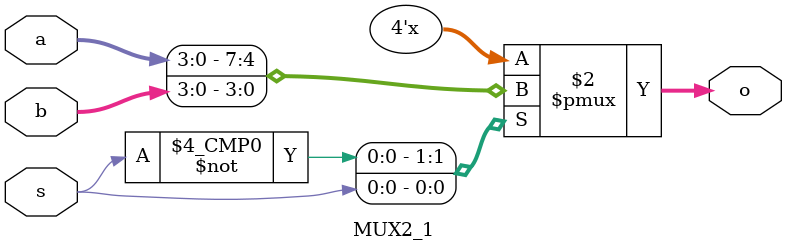
<source format=v>
`timescale 1ns / 1ps


module MUX2_1(input[3:0] a,b, input s, output reg[3:0] o);
    always@(a,b,s) 
        begin
            case(s)
                1'b0 : o = a;
                1'b1 : o = b;
            endcase
        end
endmodule

</source>
